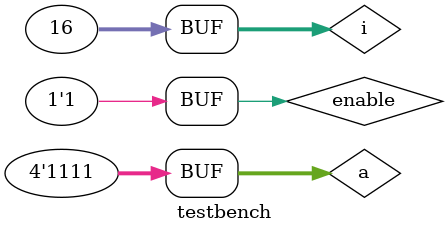
<source format=v>
module testbench();
  
  parameter DEC_WIDTH=4;
  reg [DEC_WIDTH-1:0] a;
  reg enable;
  wire [2**DEC_WIDTH-1:0] y;
  
  integer i;
  
  //instantiate DUT 
  decoder_Nbit 
  #(.N(DEC_WIDTH))
  d1(.a(a),
     .enable(enable),
     .y(y)
    );
  
  initial begin 
    $monitor("a= %d, enable=%b, y=%b",a,enable,y);
    a=1;enable=0;
    for(i=0;i<2**DEC_WIDTH;i++) begin
      #1 a=i;enable=1;
    end
  end
endmodule
  
  

</source>
